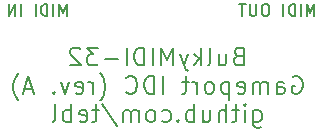
<source format=gbo>
G04 #@! TF.GenerationSoftware,KiCad,Pcbnew,(5.1.8)-1*
G04 #@! TF.CreationDate,2022-02-10T23:24:45+01:00*
G04 #@! TF.ProjectId,BulkyMIDI-32 Gameport IDC,42756c6b-794d-4494-9449-2d3332204761,rev?*
G04 #@! TF.SameCoordinates,Original*
G04 #@! TF.FileFunction,Legend,Bot*
G04 #@! TF.FilePolarity,Positive*
%FSLAX46Y46*%
G04 Gerber Fmt 4.6, Leading zero omitted, Abs format (unit mm)*
G04 Created by KiCad (PCBNEW (5.1.8)-1) date 2022-02-10 23:24:45*
%MOMM*%
%LPD*%
G01*
G04 APERTURE LIST*
%ADD10C,0.150000*%
G04 APERTURE END LIST*
D10*
X131389047Y-68651380D02*
X131389047Y-67651380D01*
X131055714Y-68365666D01*
X130722380Y-67651380D01*
X130722380Y-68651380D01*
X130246190Y-68651380D02*
X130246190Y-67651380D01*
X129770000Y-68651380D02*
X129770000Y-67651380D01*
X129531904Y-67651380D01*
X129389047Y-67699000D01*
X129293809Y-67794238D01*
X129246190Y-67889476D01*
X129198571Y-68079952D01*
X129198571Y-68222809D01*
X129246190Y-68413285D01*
X129293809Y-68508523D01*
X129389047Y-68603761D01*
X129531904Y-68651380D01*
X129770000Y-68651380D01*
X128770000Y-68651380D02*
X128770000Y-67651380D01*
X127341428Y-67651380D02*
X127150952Y-67651380D01*
X127055714Y-67699000D01*
X126960476Y-67794238D01*
X126912857Y-67984714D01*
X126912857Y-68318047D01*
X126960476Y-68508523D01*
X127055714Y-68603761D01*
X127150952Y-68651380D01*
X127341428Y-68651380D01*
X127436666Y-68603761D01*
X127531904Y-68508523D01*
X127579523Y-68318047D01*
X127579523Y-67984714D01*
X127531904Y-67794238D01*
X127436666Y-67699000D01*
X127341428Y-67651380D01*
X126484285Y-67651380D02*
X126484285Y-68460904D01*
X126436666Y-68556142D01*
X126389047Y-68603761D01*
X126293809Y-68651380D01*
X126103333Y-68651380D01*
X126008095Y-68603761D01*
X125960476Y-68556142D01*
X125912857Y-68460904D01*
X125912857Y-67651380D01*
X125579523Y-67651380D02*
X125008095Y-67651380D01*
X125293809Y-68651380D02*
X125293809Y-67651380D01*
X110402380Y-68651380D02*
X110402380Y-67651380D01*
X110069047Y-68365666D01*
X109735714Y-67651380D01*
X109735714Y-68651380D01*
X109259523Y-68651380D02*
X109259523Y-67651380D01*
X108783333Y-68651380D02*
X108783333Y-67651380D01*
X108545238Y-67651380D01*
X108402380Y-67699000D01*
X108307142Y-67794238D01*
X108259523Y-67889476D01*
X108211904Y-68079952D01*
X108211904Y-68222809D01*
X108259523Y-68413285D01*
X108307142Y-68508523D01*
X108402380Y-68603761D01*
X108545238Y-68651380D01*
X108783333Y-68651380D01*
X107783333Y-68651380D02*
X107783333Y-67651380D01*
X106545238Y-68651380D02*
X106545238Y-67651380D01*
X106069047Y-68651380D02*
X106069047Y-67651380D01*
X105497619Y-68651380D01*
X105497619Y-67651380D01*
X124931428Y-72041857D02*
X124717142Y-72113285D01*
X124645714Y-72184714D01*
X124574285Y-72327571D01*
X124574285Y-72541857D01*
X124645714Y-72684714D01*
X124717142Y-72756142D01*
X124860000Y-72827571D01*
X125431428Y-72827571D01*
X125431428Y-71327571D01*
X124931428Y-71327571D01*
X124788571Y-71399000D01*
X124717142Y-71470428D01*
X124645714Y-71613285D01*
X124645714Y-71756142D01*
X124717142Y-71899000D01*
X124788571Y-71970428D01*
X124931428Y-72041857D01*
X125431428Y-72041857D01*
X123288571Y-71827571D02*
X123288571Y-72827571D01*
X123931428Y-71827571D02*
X123931428Y-72613285D01*
X123860000Y-72756142D01*
X123717142Y-72827571D01*
X123502857Y-72827571D01*
X123360000Y-72756142D01*
X123288571Y-72684714D01*
X122360000Y-72827571D02*
X122502857Y-72756142D01*
X122574285Y-72613285D01*
X122574285Y-71327571D01*
X121788571Y-72827571D02*
X121788571Y-71327571D01*
X121645714Y-72256142D02*
X121217142Y-72827571D01*
X121217142Y-71827571D02*
X121788571Y-72399000D01*
X120717142Y-71827571D02*
X120360000Y-72827571D01*
X120002857Y-71827571D02*
X120360000Y-72827571D01*
X120502857Y-73184714D01*
X120574285Y-73256142D01*
X120717142Y-73327571D01*
X119431428Y-72827571D02*
X119431428Y-71327571D01*
X118931428Y-72399000D01*
X118431428Y-71327571D01*
X118431428Y-72827571D01*
X117717142Y-72827571D02*
X117717142Y-71327571D01*
X117002857Y-72827571D02*
X117002857Y-71327571D01*
X116645714Y-71327571D01*
X116431428Y-71399000D01*
X116288571Y-71541857D01*
X116217142Y-71684714D01*
X116145714Y-71970428D01*
X116145714Y-72184714D01*
X116217142Y-72470428D01*
X116288571Y-72613285D01*
X116431428Y-72756142D01*
X116645714Y-72827571D01*
X117002857Y-72827571D01*
X115502857Y-72827571D02*
X115502857Y-71327571D01*
X114788571Y-72256142D02*
X113645714Y-72256142D01*
X113074285Y-71327571D02*
X112145714Y-71327571D01*
X112645714Y-71899000D01*
X112431428Y-71899000D01*
X112288571Y-71970428D01*
X112217142Y-72041857D01*
X112145714Y-72184714D01*
X112145714Y-72541857D01*
X112217142Y-72684714D01*
X112288571Y-72756142D01*
X112431428Y-72827571D01*
X112860000Y-72827571D01*
X113002857Y-72756142D01*
X113074285Y-72684714D01*
X111574285Y-71470428D02*
X111502857Y-71399000D01*
X111360000Y-71327571D01*
X111002857Y-71327571D01*
X110860000Y-71399000D01*
X110788571Y-71470428D01*
X110717142Y-71613285D01*
X110717142Y-71756142D01*
X110788571Y-71970428D01*
X111645714Y-72827571D01*
X110717142Y-72827571D01*
X129538571Y-73799000D02*
X129681428Y-73727571D01*
X129895714Y-73727571D01*
X130110000Y-73799000D01*
X130252857Y-73941857D01*
X130324285Y-74084714D01*
X130395714Y-74370428D01*
X130395714Y-74584714D01*
X130324285Y-74870428D01*
X130252857Y-75013285D01*
X130110000Y-75156142D01*
X129895714Y-75227571D01*
X129752857Y-75227571D01*
X129538571Y-75156142D01*
X129467142Y-75084714D01*
X129467142Y-74584714D01*
X129752857Y-74584714D01*
X128181428Y-75227571D02*
X128181428Y-74441857D01*
X128252857Y-74299000D01*
X128395714Y-74227571D01*
X128681428Y-74227571D01*
X128824285Y-74299000D01*
X128181428Y-75156142D02*
X128324285Y-75227571D01*
X128681428Y-75227571D01*
X128824285Y-75156142D01*
X128895714Y-75013285D01*
X128895714Y-74870428D01*
X128824285Y-74727571D01*
X128681428Y-74656142D01*
X128324285Y-74656142D01*
X128181428Y-74584714D01*
X127467142Y-75227571D02*
X127467142Y-74227571D01*
X127467142Y-74370428D02*
X127395714Y-74299000D01*
X127252857Y-74227571D01*
X127038571Y-74227571D01*
X126895714Y-74299000D01*
X126824285Y-74441857D01*
X126824285Y-75227571D01*
X126824285Y-74441857D02*
X126752857Y-74299000D01*
X126610000Y-74227571D01*
X126395714Y-74227571D01*
X126252857Y-74299000D01*
X126181428Y-74441857D01*
X126181428Y-75227571D01*
X124895714Y-75156142D02*
X125038571Y-75227571D01*
X125324285Y-75227571D01*
X125467142Y-75156142D01*
X125538571Y-75013285D01*
X125538571Y-74441857D01*
X125467142Y-74299000D01*
X125324285Y-74227571D01*
X125038571Y-74227571D01*
X124895714Y-74299000D01*
X124824285Y-74441857D01*
X124824285Y-74584714D01*
X125538571Y-74727571D01*
X124181428Y-74227571D02*
X124181428Y-75727571D01*
X124181428Y-74299000D02*
X124038571Y-74227571D01*
X123752857Y-74227571D01*
X123610000Y-74299000D01*
X123538571Y-74370428D01*
X123467142Y-74513285D01*
X123467142Y-74941857D01*
X123538571Y-75084714D01*
X123610000Y-75156142D01*
X123752857Y-75227571D01*
X124038571Y-75227571D01*
X124181428Y-75156142D01*
X122610000Y-75227571D02*
X122752857Y-75156142D01*
X122824285Y-75084714D01*
X122895714Y-74941857D01*
X122895714Y-74513285D01*
X122824285Y-74370428D01*
X122752857Y-74299000D01*
X122610000Y-74227571D01*
X122395714Y-74227571D01*
X122252857Y-74299000D01*
X122181428Y-74370428D01*
X122110000Y-74513285D01*
X122110000Y-74941857D01*
X122181428Y-75084714D01*
X122252857Y-75156142D01*
X122395714Y-75227571D01*
X122610000Y-75227571D01*
X121467142Y-75227571D02*
X121467142Y-74227571D01*
X121467142Y-74513285D02*
X121395714Y-74370428D01*
X121324285Y-74299000D01*
X121181428Y-74227571D01*
X121038571Y-74227571D01*
X120752857Y-74227571D02*
X120181428Y-74227571D01*
X120538571Y-73727571D02*
X120538571Y-75013285D01*
X120467142Y-75156142D01*
X120324285Y-75227571D01*
X120181428Y-75227571D01*
X118538571Y-75227571D02*
X118538571Y-73727571D01*
X117824285Y-75227571D02*
X117824285Y-73727571D01*
X117467142Y-73727571D01*
X117252857Y-73799000D01*
X117110000Y-73941857D01*
X117038571Y-74084714D01*
X116967142Y-74370428D01*
X116967142Y-74584714D01*
X117038571Y-74870428D01*
X117110000Y-75013285D01*
X117252857Y-75156142D01*
X117467142Y-75227571D01*
X117824285Y-75227571D01*
X115467142Y-75084714D02*
X115538571Y-75156142D01*
X115752857Y-75227571D01*
X115895714Y-75227571D01*
X116110000Y-75156142D01*
X116252857Y-75013285D01*
X116324285Y-74870428D01*
X116395714Y-74584714D01*
X116395714Y-74370428D01*
X116324285Y-74084714D01*
X116252857Y-73941857D01*
X116110000Y-73799000D01*
X115895714Y-73727571D01*
X115752857Y-73727571D01*
X115538571Y-73799000D01*
X115467142Y-73870428D01*
X113252857Y-75799000D02*
X113324285Y-75727571D01*
X113467142Y-75513285D01*
X113538571Y-75370428D01*
X113610000Y-75156142D01*
X113681428Y-74799000D01*
X113681428Y-74513285D01*
X113610000Y-74156142D01*
X113538571Y-73941857D01*
X113467142Y-73799000D01*
X113324285Y-73584714D01*
X113252857Y-73513285D01*
X112681428Y-75227571D02*
X112681428Y-74227571D01*
X112681428Y-74513285D02*
X112610000Y-74370428D01*
X112538571Y-74299000D01*
X112395714Y-74227571D01*
X112252857Y-74227571D01*
X111181428Y-75156142D02*
X111324285Y-75227571D01*
X111610000Y-75227571D01*
X111752857Y-75156142D01*
X111824285Y-75013285D01*
X111824285Y-74441857D01*
X111752857Y-74299000D01*
X111610000Y-74227571D01*
X111324285Y-74227571D01*
X111181428Y-74299000D01*
X111110000Y-74441857D01*
X111110000Y-74584714D01*
X111824285Y-74727571D01*
X110610000Y-74227571D02*
X110252857Y-75227571D01*
X109895714Y-74227571D01*
X109324285Y-75084714D02*
X109252857Y-75156142D01*
X109324285Y-75227571D01*
X109395714Y-75156142D01*
X109324285Y-75084714D01*
X109324285Y-75227571D01*
X107538571Y-74799000D02*
X106824285Y-74799000D01*
X107681428Y-75227571D02*
X107181428Y-73727571D01*
X106681428Y-75227571D01*
X106324285Y-75799000D02*
X106252857Y-75727571D01*
X106110000Y-75513285D01*
X106038571Y-75370428D01*
X105967142Y-75156142D01*
X105895714Y-74799000D01*
X105895714Y-74513285D01*
X105967142Y-74156142D01*
X106038571Y-73941857D01*
X106110000Y-73799000D01*
X106252857Y-73584714D01*
X106324285Y-73513285D01*
X126217142Y-76627571D02*
X126217142Y-77841857D01*
X126288571Y-77984714D01*
X126360000Y-78056142D01*
X126502857Y-78127571D01*
X126717142Y-78127571D01*
X126860000Y-78056142D01*
X126217142Y-77556142D02*
X126360000Y-77627571D01*
X126645714Y-77627571D01*
X126788571Y-77556142D01*
X126860000Y-77484714D01*
X126931428Y-77341857D01*
X126931428Y-76913285D01*
X126860000Y-76770428D01*
X126788571Y-76699000D01*
X126645714Y-76627571D01*
X126360000Y-76627571D01*
X126217142Y-76699000D01*
X125502857Y-77627571D02*
X125502857Y-76627571D01*
X125502857Y-76127571D02*
X125574285Y-76199000D01*
X125502857Y-76270428D01*
X125431428Y-76199000D01*
X125502857Y-76127571D01*
X125502857Y-76270428D01*
X125002857Y-76627571D02*
X124431428Y-76627571D01*
X124788571Y-76127571D02*
X124788571Y-77413285D01*
X124717142Y-77556142D01*
X124574285Y-77627571D01*
X124431428Y-77627571D01*
X123931428Y-77627571D02*
X123931428Y-76127571D01*
X123288571Y-77627571D02*
X123288571Y-76841857D01*
X123360000Y-76699000D01*
X123502857Y-76627571D01*
X123717142Y-76627571D01*
X123860000Y-76699000D01*
X123931428Y-76770428D01*
X121931428Y-76627571D02*
X121931428Y-77627571D01*
X122574285Y-76627571D02*
X122574285Y-77413285D01*
X122502857Y-77556142D01*
X122360000Y-77627571D01*
X122145714Y-77627571D01*
X122002857Y-77556142D01*
X121931428Y-77484714D01*
X121217142Y-77627571D02*
X121217142Y-76127571D01*
X121217142Y-76699000D02*
X121074285Y-76627571D01*
X120788571Y-76627571D01*
X120645714Y-76699000D01*
X120574285Y-76770428D01*
X120502857Y-76913285D01*
X120502857Y-77341857D01*
X120574285Y-77484714D01*
X120645714Y-77556142D01*
X120788571Y-77627571D01*
X121074285Y-77627571D01*
X121217142Y-77556142D01*
X119860000Y-77484714D02*
X119788571Y-77556142D01*
X119860000Y-77627571D01*
X119931428Y-77556142D01*
X119860000Y-77484714D01*
X119860000Y-77627571D01*
X118502857Y-77556142D02*
X118645714Y-77627571D01*
X118931428Y-77627571D01*
X119074285Y-77556142D01*
X119145714Y-77484714D01*
X119217142Y-77341857D01*
X119217142Y-76913285D01*
X119145714Y-76770428D01*
X119074285Y-76699000D01*
X118931428Y-76627571D01*
X118645714Y-76627571D01*
X118502857Y-76699000D01*
X117645714Y-77627571D02*
X117788571Y-77556142D01*
X117860000Y-77484714D01*
X117931428Y-77341857D01*
X117931428Y-76913285D01*
X117860000Y-76770428D01*
X117788571Y-76699000D01*
X117645714Y-76627571D01*
X117431428Y-76627571D01*
X117288571Y-76699000D01*
X117217142Y-76770428D01*
X117145714Y-76913285D01*
X117145714Y-77341857D01*
X117217142Y-77484714D01*
X117288571Y-77556142D01*
X117431428Y-77627571D01*
X117645714Y-77627571D01*
X116502857Y-77627571D02*
X116502857Y-76627571D01*
X116502857Y-76770428D02*
X116431428Y-76699000D01*
X116288571Y-76627571D01*
X116074285Y-76627571D01*
X115931428Y-76699000D01*
X115860000Y-76841857D01*
X115860000Y-77627571D01*
X115860000Y-76841857D02*
X115788571Y-76699000D01*
X115645714Y-76627571D01*
X115431428Y-76627571D01*
X115288571Y-76699000D01*
X115217142Y-76841857D01*
X115217142Y-77627571D01*
X113431428Y-76056142D02*
X114717142Y-77984714D01*
X113145714Y-76627571D02*
X112574285Y-76627571D01*
X112931428Y-76127571D02*
X112931428Y-77413285D01*
X112860000Y-77556142D01*
X112717142Y-77627571D01*
X112574285Y-77627571D01*
X111502857Y-77556142D02*
X111645714Y-77627571D01*
X111931428Y-77627571D01*
X112074285Y-77556142D01*
X112145714Y-77413285D01*
X112145714Y-76841857D01*
X112074285Y-76699000D01*
X111931428Y-76627571D01*
X111645714Y-76627571D01*
X111502857Y-76699000D01*
X111431428Y-76841857D01*
X111431428Y-76984714D01*
X112145714Y-77127571D01*
X110788571Y-77627571D02*
X110788571Y-76127571D01*
X110788571Y-76699000D02*
X110645714Y-76627571D01*
X110360000Y-76627571D01*
X110217142Y-76699000D01*
X110145714Y-76770428D01*
X110074285Y-76913285D01*
X110074285Y-77341857D01*
X110145714Y-77484714D01*
X110217142Y-77556142D01*
X110360000Y-77627571D01*
X110645714Y-77627571D01*
X110788571Y-77556142D01*
X109217142Y-77627571D02*
X109360000Y-77556142D01*
X109431428Y-77413285D01*
X109431428Y-76127571D01*
M02*

</source>
